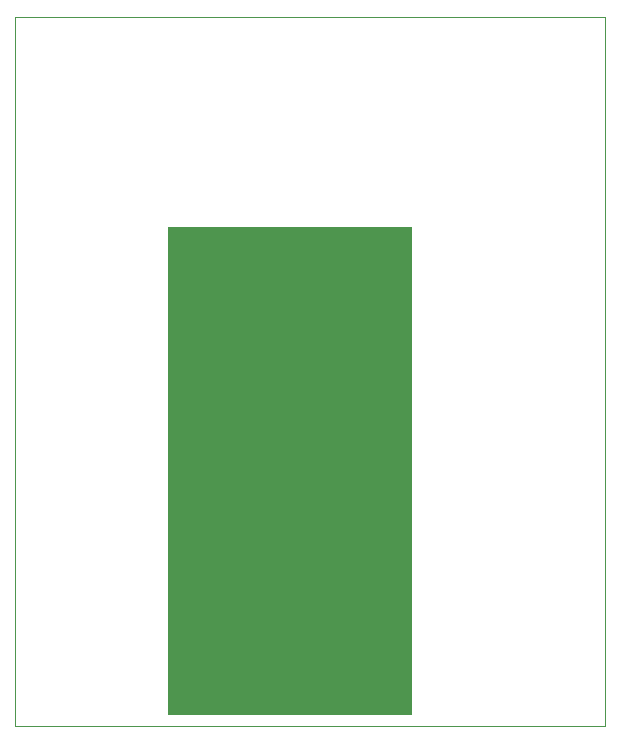
<source format=gbr>
G04*
G04 #@! TF.GenerationSoftware,Altium Limited,Altium Designer,25.8.1 (18)*
G04*
G04 Layer_Color=0*
%FSLAX25Y25*%
%MOIN*%
G70*
G04*
G04 #@! TF.SameCoordinates,A86E57CF-C6E6-4710-AEDF-4A901DF70E31*
G04*
G04*
G04 #@! TF.FilePolarity,Positive*
G04*
G01*
G75*
%ADD80C,0.00100*%
G36*
X132433Y3543D02*
Y166339D01*
X51181D01*
Y3543D01*
X132433D01*
D02*
G37*
D80*
X0Y0D02*
Y236221D01*
X196850D01*
Y0D01*
X0D01*
M02*

</source>
